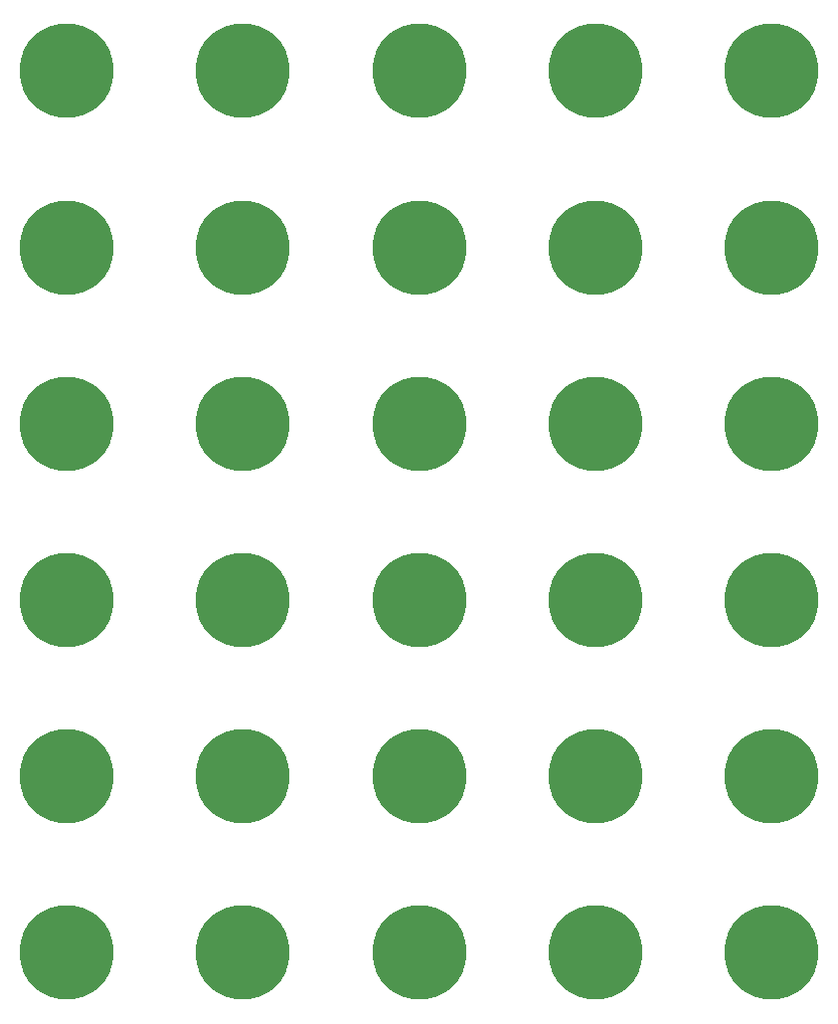
<source format=gtl>
G04 #@! TF.GenerationSoftware,KiCad,Pcbnew,(6.0.8)*
G04 #@! TF.CreationDate,2023-03-13T18:59:32-05:00*
G04 #@! TF.ProjectId,comb_v2_electrodes_front,636f6d62-5f76-4325-9f65-6c656374726f,rev?*
G04 #@! TF.SameCoordinates,Original*
G04 #@! TF.FileFunction,Copper,L1,Top*
G04 #@! TF.FilePolarity,Positive*
%FSLAX46Y46*%
G04 Gerber Fmt 4.6, Leading zero omitted, Abs format (unit mm)*
G04 Created by KiCad (PCBNEW (6.0.8)) date 2023-03-13 18:59:32*
%MOMM*%
%LPD*%
G01*
G04 APERTURE LIST*
G04 #@! TA.AperFunction,SMDPad,CuDef*
%ADD10C,8.000000*%
G04 #@! TD*
G04 #@! TA.AperFunction,ViaPad*
%ADD11C,0.800000*%
G04 #@! TD*
G04 APERTURE END LIST*
D10*
X275000000Y-129500000D03*
X230000000Y-54500000D03*
X275000000Y-69500000D03*
X230000000Y-84500000D03*
X275000000Y-99500000D03*
X260000000Y-129500000D03*
X260000000Y-54500000D03*
X245000000Y-84500000D03*
X230000000Y-114500000D03*
X215000000Y-84500000D03*
X230000000Y-69500000D03*
X215000000Y-114500000D03*
X215000000Y-99500000D03*
X215000000Y-129500000D03*
X260000000Y-99500000D03*
X230000000Y-129500000D03*
X275000000Y-84500000D03*
X260000000Y-84500000D03*
X275000000Y-114500000D03*
X260000000Y-69500000D03*
X230000000Y-99500000D03*
X245000000Y-129500000D03*
X245000000Y-54500000D03*
X260000000Y-114500000D03*
X215000000Y-69500000D03*
X275000000Y-54500000D03*
X245000000Y-114500000D03*
X215000000Y-54500000D03*
X245000000Y-69500000D03*
X245000000Y-99500000D03*
D11*
X275000000Y-54500000D03*
X260000000Y-54500000D03*
X244900000Y-54100000D03*
X230100000Y-55300000D03*
X215100000Y-57100000D03*
X275000000Y-69500000D03*
X260000000Y-69500000D03*
X245000000Y-69500000D03*
X230000000Y-69500000D03*
X215100000Y-71400000D03*
X275000000Y-84500000D03*
X260000000Y-84500000D03*
X245000000Y-84500000D03*
X230000000Y-84500000D03*
X215000000Y-85304500D03*
X275000000Y-99500000D03*
X260000000Y-99500000D03*
X245000000Y-99500000D03*
X230000000Y-99500000D03*
X215000000Y-99994500D03*
X275000000Y-114500000D03*
X260000000Y-114500000D03*
X245000000Y-114500000D03*
X229900000Y-115600000D03*
X214900000Y-117000000D03*
X275000000Y-129500000D03*
X260000000Y-129500000D03*
X245060000Y-129650000D03*
X230100000Y-130200000D03*
X214960000Y-131450000D03*
M02*

</source>
